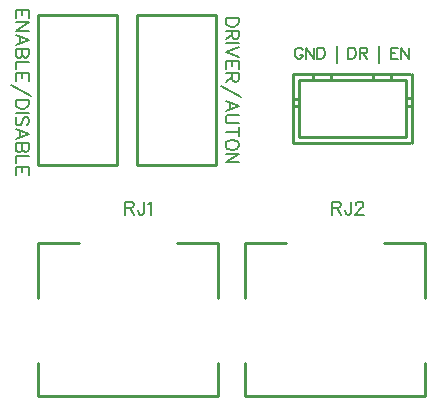
<source format=gto>
G04 Layer: TopSilkscreenLayer*
G04 EasyEDA v6.5.46, 2025-05-28 13:38:58*
G04 75a4abc2973e463bb7fec089d6695cdc,10*
G04 Gerber Generator version 0.2*
G04 Scale: 100 percent, Rotated: No, Reflected: No *
G04 Dimensions in millimeters *
G04 leading zeros omitted , absolute positions ,4 integer and 5 decimal *
%FSLAX45Y45*%
%MOMM*%

%ADD10C,0.2032*%
%ADD11C,0.1524*%
%ADD12C,0.2540*%

%LPD*%
D10*
X3141472Y-1229868D02*
G01*
X3137154Y-1220723D01*
X3128009Y-1211834D01*
X3118865Y-1207262D01*
X3100577Y-1207262D01*
X3091688Y-1211834D01*
X3082543Y-1220723D01*
X3077972Y-1229868D01*
X3073400Y-1243584D01*
X3073400Y-1266189D01*
X3077972Y-1279905D01*
X3082543Y-1289050D01*
X3091688Y-1298194D01*
X3100577Y-1302765D01*
X3118865Y-1302765D01*
X3128009Y-1298194D01*
X3137154Y-1289050D01*
X3141472Y-1279905D01*
X3141472Y-1266189D01*
X3118865Y-1266189D02*
G01*
X3141472Y-1266189D01*
X3171697Y-1207262D02*
G01*
X3171697Y-1302765D01*
X3171697Y-1207262D02*
G01*
X3235197Y-1302765D01*
X3235197Y-1207262D02*
G01*
X3235197Y-1302765D01*
X3265170Y-1207262D02*
G01*
X3265170Y-1302765D01*
X3265170Y-1207262D02*
G01*
X3296920Y-1207262D01*
X3310636Y-1211834D01*
X3319779Y-1220723D01*
X3324352Y-1229868D01*
X3328924Y-1243584D01*
X3328924Y-1266189D01*
X3324352Y-1279905D01*
X3319779Y-1289050D01*
X3310636Y-1298194D01*
X3296920Y-1302765D01*
X3265170Y-1302765D01*
X3428745Y-1188973D02*
G01*
X3428745Y-1334515D01*
X3528822Y-1207262D02*
G01*
X3528822Y-1302765D01*
X3528822Y-1207262D02*
G01*
X3560572Y-1207262D01*
X3574288Y-1211834D01*
X3583431Y-1220723D01*
X3588004Y-1229868D01*
X3592575Y-1243584D01*
X3592575Y-1266189D01*
X3588004Y-1279905D01*
X3583431Y-1289050D01*
X3574288Y-1298194D01*
X3560572Y-1302765D01*
X3528822Y-1302765D01*
X3622547Y-1207262D02*
G01*
X3622547Y-1302765D01*
X3622547Y-1207262D02*
G01*
X3663441Y-1207262D01*
X3677158Y-1211834D01*
X3681475Y-1216405D01*
X3686047Y-1225295D01*
X3686047Y-1234439D01*
X3681475Y-1243584D01*
X3677158Y-1248155D01*
X3663441Y-1252728D01*
X3622547Y-1252728D01*
X3654297Y-1252728D02*
G01*
X3686047Y-1302765D01*
X3786124Y-1188973D02*
G01*
X3786124Y-1334515D01*
X3886200Y-1207262D02*
G01*
X3886200Y-1302765D01*
X3886200Y-1207262D02*
G01*
X3945127Y-1207262D01*
X3886200Y-1252728D02*
G01*
X3922522Y-1252728D01*
X3886200Y-1302765D02*
G01*
X3945127Y-1302765D01*
X3975100Y-1207262D02*
G01*
X3975100Y-1302765D01*
X3975100Y-1207262D02*
G01*
X4038854Y-1302765D01*
X4038854Y-1207262D02*
G01*
X4038854Y-1302765D01*
D11*
X2597632Y-954763D02*
G01*
X2488666Y-954763D01*
X2597632Y-954763D02*
G01*
X2597632Y-991085D01*
X2592552Y-1006833D01*
X2582138Y-1016993D01*
X2571724Y-1022327D01*
X2555976Y-1027407D01*
X2530068Y-1027407D01*
X2514574Y-1022327D01*
X2504160Y-1016993D01*
X2493746Y-1006833D01*
X2488666Y-991085D01*
X2488666Y-954763D01*
X2597632Y-1061697D02*
G01*
X2488666Y-1061697D01*
X2597632Y-1061697D02*
G01*
X2597632Y-1108433D01*
X2592552Y-1124181D01*
X2587218Y-1129261D01*
X2576804Y-1134595D01*
X2566390Y-1134595D01*
X2555976Y-1129261D01*
X2550896Y-1124181D01*
X2545816Y-1108433D01*
X2545816Y-1061697D01*
X2545816Y-1098273D02*
G01*
X2488666Y-1134595D01*
X2597632Y-1168885D02*
G01*
X2488666Y-1168885D01*
X2597632Y-1203175D02*
G01*
X2488666Y-1244577D01*
X2597632Y-1286233D02*
G01*
X2488666Y-1244577D01*
X2597632Y-1320523D02*
G01*
X2488666Y-1320523D01*
X2597632Y-1320523D02*
G01*
X2597632Y-1388087D01*
X2545816Y-1320523D02*
G01*
X2545816Y-1362179D01*
X2488666Y-1320523D02*
G01*
X2488666Y-1388087D01*
X2597632Y-1422377D02*
G01*
X2488666Y-1422377D01*
X2597632Y-1422377D02*
G01*
X2597632Y-1469113D01*
X2592552Y-1484607D01*
X2587218Y-1489941D01*
X2576804Y-1495021D01*
X2566390Y-1495021D01*
X2555976Y-1489941D01*
X2550896Y-1484607D01*
X2545816Y-1469113D01*
X2545816Y-1422377D01*
X2545816Y-1458699D02*
G01*
X2488666Y-1495021D01*
X2618460Y-1622783D02*
G01*
X2452090Y-1529311D01*
X2597632Y-1698729D02*
G01*
X2488666Y-1657073D01*
X2597632Y-1698729D02*
G01*
X2488666Y-1740385D01*
X2524988Y-1672821D02*
G01*
X2524988Y-1724637D01*
X2597632Y-1774675D02*
G01*
X2519654Y-1774675D01*
X2504160Y-1779755D01*
X2493746Y-1790169D01*
X2488666Y-1805663D01*
X2488666Y-1816077D01*
X2493746Y-1831825D01*
X2504160Y-1842239D01*
X2519654Y-1847319D01*
X2597632Y-1847319D01*
X2597632Y-1917931D02*
G01*
X2488666Y-1917931D01*
X2597632Y-1881609D02*
G01*
X2597632Y-1954253D01*
X2597632Y-2019785D02*
G01*
X2592552Y-2009371D01*
X2582138Y-1998957D01*
X2571724Y-1993877D01*
X2555976Y-1988543D01*
X2530068Y-1988543D01*
X2514574Y-1993877D01*
X2504160Y-1998957D01*
X2493746Y-2009371D01*
X2488666Y-2019785D01*
X2488666Y-2040613D01*
X2493746Y-2051027D01*
X2504160Y-2061441D01*
X2514574Y-2066521D01*
X2530068Y-2071855D01*
X2555976Y-2071855D01*
X2571724Y-2066521D01*
X2582138Y-2061441D01*
X2592552Y-2051027D01*
X2597632Y-2040613D01*
X2597632Y-2019785D01*
X2597632Y-2106145D02*
G01*
X2488666Y-2106145D01*
X2597632Y-2106145D02*
G01*
X2488666Y-2178789D01*
X2597632Y-2178789D02*
G01*
X2488666Y-2178789D01*
X819607Y-891186D02*
G01*
X710641Y-891186D01*
X819607Y-891186D02*
G01*
X819607Y-958750D01*
X767791Y-891186D02*
G01*
X767791Y-932842D01*
X710641Y-891186D02*
G01*
X710641Y-958750D01*
X819607Y-993040D02*
G01*
X710641Y-993040D01*
X819607Y-993040D02*
G01*
X710641Y-1065938D01*
X819607Y-1065938D02*
G01*
X710641Y-1065938D01*
X819607Y-1141630D02*
G01*
X710641Y-1100228D01*
X819607Y-1141630D02*
G01*
X710641Y-1183286D01*
X746963Y-1115722D02*
G01*
X746963Y-1167538D01*
X819607Y-1217576D02*
G01*
X710641Y-1217576D01*
X819607Y-1217576D02*
G01*
X819607Y-1264312D01*
X814527Y-1279806D01*
X809193Y-1285140D01*
X798779Y-1290220D01*
X788365Y-1290220D01*
X778205Y-1285140D01*
X772871Y-1279806D01*
X767791Y-1264312D01*
X767791Y-1217576D02*
G01*
X767791Y-1264312D01*
X762457Y-1279806D01*
X757377Y-1285140D01*
X746963Y-1290220D01*
X731215Y-1290220D01*
X721055Y-1285140D01*
X715721Y-1279806D01*
X710641Y-1264312D01*
X710641Y-1217576D01*
X819607Y-1324510D02*
G01*
X710641Y-1324510D01*
X710641Y-1324510D02*
G01*
X710641Y-1386994D01*
X819607Y-1421284D02*
G01*
X710641Y-1421284D01*
X819607Y-1421284D02*
G01*
X819607Y-1488848D01*
X767791Y-1421284D02*
G01*
X767791Y-1462686D01*
X710641Y-1421284D02*
G01*
X710641Y-1488848D01*
X840435Y-1616610D02*
G01*
X674065Y-1523138D01*
X819607Y-1650900D02*
G01*
X710641Y-1650900D01*
X819607Y-1650900D02*
G01*
X819607Y-1687222D01*
X814527Y-1702716D01*
X804113Y-1713130D01*
X793699Y-1718464D01*
X778205Y-1723544D01*
X752043Y-1723544D01*
X736549Y-1718464D01*
X726135Y-1713130D01*
X715721Y-1702716D01*
X710641Y-1687222D01*
X710641Y-1650900D01*
X819607Y-1757834D02*
G01*
X710641Y-1757834D01*
X804113Y-1864768D02*
G01*
X814527Y-1854608D01*
X819607Y-1838860D01*
X819607Y-1818032D01*
X814527Y-1802538D01*
X804113Y-1792124D01*
X793699Y-1792124D01*
X783285Y-1797458D01*
X778205Y-1802538D01*
X772871Y-1812952D01*
X762457Y-1844194D01*
X757377Y-1854608D01*
X752043Y-1859688D01*
X741629Y-1864768D01*
X726135Y-1864768D01*
X715721Y-1854608D01*
X710641Y-1838860D01*
X710641Y-1818032D01*
X715721Y-1802538D01*
X726135Y-1792124D01*
X819607Y-1940714D02*
G01*
X710641Y-1899058D01*
X819607Y-1940714D02*
G01*
X710641Y-1982370D01*
X746963Y-1914806D02*
G01*
X746963Y-1966622D01*
X819607Y-2016660D02*
G01*
X710641Y-2016660D01*
X819607Y-2016660D02*
G01*
X819607Y-2063396D01*
X814527Y-2078890D01*
X809193Y-2084224D01*
X798779Y-2089304D01*
X788365Y-2089304D01*
X778205Y-2084224D01*
X772871Y-2078890D01*
X767791Y-2063396D01*
X767791Y-2016660D02*
G01*
X767791Y-2063396D01*
X762457Y-2078890D01*
X757377Y-2084224D01*
X746963Y-2089304D01*
X731215Y-2089304D01*
X721055Y-2084224D01*
X715721Y-2078890D01*
X710641Y-2063396D01*
X710641Y-2016660D01*
X819607Y-2123594D02*
G01*
X710641Y-2123594D01*
X710641Y-2123594D02*
G01*
X710641Y-2186078D01*
X819607Y-2220368D02*
G01*
X710641Y-2220368D01*
X819607Y-2220368D02*
G01*
X819607Y-2287678D01*
X767791Y-2220368D02*
G01*
X767791Y-2261770D01*
X710641Y-2220368D02*
G01*
X710641Y-2287678D01*
X1640001Y-2510551D02*
G01*
X1640001Y-2619517D01*
X1640001Y-2510551D02*
G01*
X1686737Y-2510551D01*
X1702231Y-2515631D01*
X1707565Y-2520965D01*
X1712645Y-2531379D01*
X1712645Y-2541793D01*
X1707565Y-2552207D01*
X1702231Y-2557287D01*
X1686737Y-2562367D01*
X1640001Y-2562367D01*
X1676323Y-2562367D02*
G01*
X1712645Y-2619517D01*
X1799005Y-2510551D02*
G01*
X1799005Y-2593609D01*
X1793671Y-2609357D01*
X1788591Y-2614437D01*
X1778177Y-2619517D01*
X1767763Y-2619517D01*
X1757349Y-2614437D01*
X1752269Y-2609357D01*
X1746935Y-2593609D01*
X1746935Y-2583195D01*
X1833295Y-2531379D02*
G01*
X1843709Y-2526045D01*
X1859203Y-2510551D01*
X1859203Y-2619517D01*
X3392677Y-2510536D02*
G01*
X3392677Y-2619755D01*
X3392677Y-2510536D02*
G01*
X3439413Y-2510536D01*
X3454908Y-2515615D01*
X3460241Y-2520950D01*
X3465322Y-2531363D01*
X3465322Y-2541778D01*
X3460241Y-2552192D01*
X3454908Y-2557271D01*
X3439413Y-2562605D01*
X3392677Y-2562605D01*
X3429000Y-2562605D02*
G01*
X3465322Y-2619755D01*
X3551681Y-2510536D02*
G01*
X3551681Y-2593594D01*
X3546347Y-2609342D01*
X3541268Y-2614421D01*
X3530854Y-2619755D01*
X3520440Y-2619755D01*
X3510025Y-2614421D01*
X3504945Y-2609342D01*
X3499611Y-2593594D01*
X3499611Y-2583179D01*
X3591052Y-2536444D02*
G01*
X3591052Y-2531363D01*
X3596386Y-2520950D01*
X3601465Y-2515615D01*
X3611879Y-2510536D01*
X3632708Y-2510536D01*
X3643122Y-2515615D01*
X3648202Y-2520950D01*
X3653536Y-2531363D01*
X3653536Y-2541778D01*
X3648202Y-2552192D01*
X3637788Y-2567686D01*
X3585972Y-2619755D01*
X3658615Y-2619755D01*
D12*
X1735328Y-2198093D02*
G01*
X1735328Y-928093D01*
X2405329Y-928093D01*
X2405329Y-2198093D01*
X1735328Y-2198093D01*
X897128Y-2198093D02*
G01*
X897128Y-928093D01*
X1567129Y-928093D01*
X1567129Y-2198093D01*
X897128Y-2198093D01*
X2426004Y-3872181D02*
G01*
X2426004Y-4154065D01*
X2079116Y-2858465D02*
G01*
X2426004Y-2858465D01*
X2426004Y-3325952D01*
X904003Y-3325952D02*
G01*
X904003Y-2858465D01*
X1248887Y-2858465D01*
X904003Y-4154065D02*
G01*
X904003Y-3872181D01*
X2424005Y-4154065D02*
G01*
X904003Y-4154065D01*
X4178604Y-3872181D02*
G01*
X4178604Y-4154065D01*
X3831716Y-2858465D02*
G01*
X4178604Y-2858465D01*
X4178604Y-3325952D01*
X2656603Y-3325952D02*
G01*
X2656603Y-2858465D01*
X3001487Y-2858465D01*
X2656603Y-4154065D02*
G01*
X2656603Y-3872181D01*
X4176605Y-4154065D02*
G01*
X2656603Y-4154065D01*
X4015988Y-1696399D02*
G01*
X4063928Y-1696399D01*
X4063928Y-1691436D01*
X4015988Y-1636402D02*
G01*
X4063928Y-1636402D01*
X4063928Y-1636829D01*
X3059389Y-1700329D02*
G01*
X3105990Y-1700329D01*
X3105990Y-1696399D01*
X3059389Y-1643179D02*
G01*
X3105990Y-1643179D01*
X3105990Y-1646397D01*
X3059389Y-2016757D02*
G01*
X4052587Y-2016757D01*
X3225784Y-1483357D02*
G01*
X3225784Y-1432557D01*
X3378184Y-1483357D02*
G01*
X3378184Y-1432557D01*
X3886253Y-1483357D02*
G01*
X3886253Y-1455414D01*
X3886253Y-1432557D01*
X3733784Y-1483357D02*
G01*
X3733784Y-1432557D01*
X4052587Y-1432557D02*
G01*
X3059389Y-1432557D01*
X4063928Y-2016757D02*
G01*
X4063928Y-1432557D01*
X3059389Y-1432557D02*
G01*
X3059389Y-2016757D01*
X3111512Y-1483360D02*
G01*
X4013212Y-1483360D01*
X4013212Y-1965960D01*
X3111512Y-1965960D01*
X3111512Y-1483360D01*
M02*

</source>
